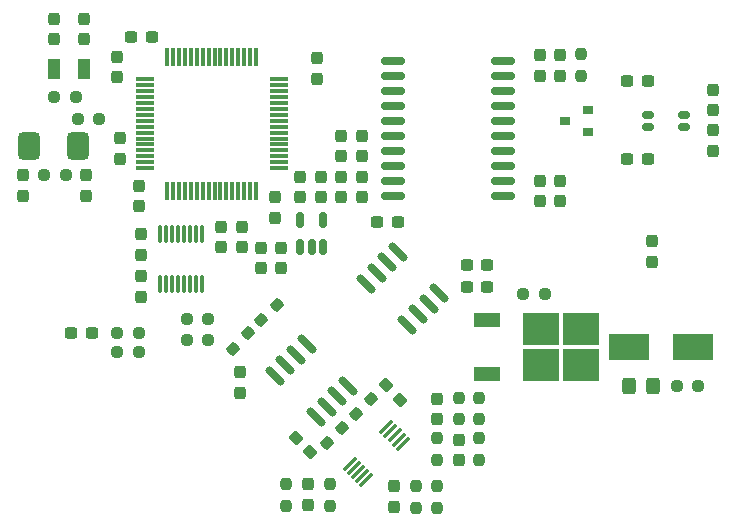
<source format=gtp>
%TF.GenerationSoftware,KiCad,Pcbnew,(6.0.11)*%
%TF.CreationDate,2023-05-09T17:29:38+10:00*%
%TF.ProjectId,LV_MASTER_A_SAMPLE,4c565f4d-4153-4544-9552-5f415f53414d,1*%
%TF.SameCoordinates,Original*%
%TF.FileFunction,Paste,Top*%
%TF.FilePolarity,Positive*%
%FSLAX46Y46*%
G04 Gerber Fmt 4.6, Leading zero omitted, Abs format (unit mm)*
G04 Created by KiCad (PCBNEW (6.0.11)) date 2023-05-09 17:29:38*
%MOMM*%
%LPD*%
G01*
G04 APERTURE LIST*
G04 Aperture macros list*
%AMRoundRect*
0 Rectangle with rounded corners*
0 $1 Rounding radius*
0 $2 $3 $4 $5 $6 $7 $8 $9 X,Y pos of 4 corners*
0 Add a 4 corners polygon primitive as box body*
4,1,4,$2,$3,$4,$5,$6,$7,$8,$9,$2,$3,0*
0 Add four circle primitives for the rounded corners*
1,1,$1+$1,$2,$3*
1,1,$1+$1,$4,$5*
1,1,$1+$1,$6,$7*
1,1,$1+$1,$8,$9*
0 Add four rect primitives between the rounded corners*
20,1,$1+$1,$2,$3,$4,$5,0*
20,1,$1+$1,$4,$5,$6,$7,0*
20,1,$1+$1,$6,$7,$8,$9,0*
20,1,$1+$1,$8,$9,$2,$3,0*%
G04 Aperture macros list end*
%ADD10RoundRect,0.250000X-0.325000X-0.450000X0.325000X-0.450000X0.325000X0.450000X-0.325000X0.450000X0*%
%ADD11RoundRect,0.237500X0.300000X0.237500X-0.300000X0.237500X-0.300000X-0.237500X0.300000X-0.237500X0*%
%ADD12RoundRect,0.237500X0.237500X-0.250000X0.237500X0.250000X-0.237500X0.250000X-0.237500X-0.250000X0*%
%ADD13RoundRect,0.075000X-0.700000X-0.075000X0.700000X-0.075000X0.700000X0.075000X-0.700000X0.075000X0*%
%ADD14RoundRect,0.075000X-0.075000X-0.700000X0.075000X-0.700000X0.075000X0.700000X-0.075000X0.700000X0*%
%ADD15RoundRect,0.237500X0.237500X-0.300000X0.237500X0.300000X-0.237500X0.300000X-0.237500X-0.300000X0*%
%ADD16RoundRect,0.237500X-0.237500X0.300000X-0.237500X-0.300000X0.237500X-0.300000X0.237500X0.300000X0*%
%ADD17R,1.000000X1.800000*%
%ADD18RoundRect,0.237500X0.250000X0.237500X-0.250000X0.237500X-0.250000X-0.237500X0.250000X-0.237500X0*%
%ADD19R,0.900000X0.800000*%
%ADD20RoundRect,0.237500X-0.250000X-0.237500X0.250000X-0.237500X0.250000X0.237500X-0.250000X0.237500X0*%
%ADD21RoundRect,0.237500X-0.380070X0.044194X0.044194X-0.380070X0.380070X-0.044194X-0.044194X0.380070X0*%
%ADD22RoundRect,0.237500X-0.237500X0.250000X-0.237500X-0.250000X0.237500X-0.250000X0.237500X0.250000X0*%
%ADD23RoundRect,0.237500X-0.008839X-0.344715X0.344715X0.008839X0.008839X0.344715X-0.344715X-0.008839X0*%
%ADD24RoundRect,0.237500X0.380070X-0.044194X-0.044194X0.380070X-0.380070X0.044194X0.044194X-0.380070X0*%
%ADD25R,3.050000X2.750000*%
%ADD26R,2.200000X1.200000*%
%ADD27RoundRect,0.237500X0.008839X0.344715X-0.344715X-0.008839X-0.008839X-0.344715X0.344715X0.008839X0*%
%ADD28RoundRect,0.237500X-0.300000X-0.237500X0.300000X-0.237500X0.300000X0.237500X-0.300000X0.237500X0*%
%ADD29RoundRect,0.475000X-0.475000X-0.725000X0.475000X-0.725000X0.475000X0.725000X-0.475000X0.725000X0*%
%ADD30RoundRect,0.150000X0.689429X-0.477297X-0.477297X0.689429X-0.689429X0.477297X0.477297X-0.689429X0*%
%ADD31R,3.500000X2.300000*%
%ADD32RoundRect,0.075000X-0.406586X-0.512652X0.512652X0.406586X0.406586X0.512652X-0.512652X-0.406586X0*%
%ADD33RoundRect,0.075000X-0.075000X0.650000X-0.075000X-0.650000X0.075000X-0.650000X0.075000X0.650000X0*%
%ADD34RoundRect,0.150000X-0.875000X-0.150000X0.875000X-0.150000X0.875000X0.150000X-0.875000X0.150000X0*%
%ADD35RoundRect,0.150000X-0.375000X-0.150000X0.375000X-0.150000X0.375000X0.150000X-0.375000X0.150000X0*%
%ADD36RoundRect,0.150000X0.150000X-0.512500X0.150000X0.512500X-0.150000X0.512500X-0.150000X-0.512500X0*%
%ADD37RoundRect,0.150000X-0.689429X0.477297X0.477297X-0.689429X0.689429X-0.477297X-0.477297X0.689429X0*%
G04 APERTURE END LIST*
D10*
%TO.C,D10*%
X162539000Y-105882400D03*
X164589000Y-105882400D03*
%TD*%
D11*
%TO.C,C33*%
X164131200Y-80050700D03*
X162406200Y-80050700D03*
%TD*%
D12*
%TO.C,R18*%
X149848000Y-112129700D03*
X149848000Y-110304700D03*
%TD*%
%TO.C,R22*%
X149848000Y-108674500D03*
X149848000Y-106849500D03*
%TD*%
D13*
%TO.C,U1*%
X121516200Y-79907400D03*
X121516200Y-80407400D03*
X121516200Y-80907400D03*
X121516200Y-81407400D03*
X121516200Y-81907400D03*
X121516200Y-82407400D03*
X121516200Y-82907400D03*
X121516200Y-83407400D03*
X121516200Y-83907400D03*
X121516200Y-84407400D03*
X121516200Y-84907400D03*
X121516200Y-85407400D03*
X121516200Y-85907400D03*
X121516200Y-86407400D03*
X121516200Y-86907400D03*
X121516200Y-87407400D03*
D14*
X123441200Y-89332400D03*
X123941200Y-89332400D03*
X124441200Y-89332400D03*
X124941200Y-89332400D03*
X125441200Y-89332400D03*
X125941200Y-89332400D03*
X126441200Y-89332400D03*
X126941200Y-89332400D03*
X127441200Y-89332400D03*
X127941200Y-89332400D03*
X128441200Y-89332400D03*
X128941200Y-89332400D03*
X129441200Y-89332400D03*
X129941200Y-89332400D03*
X130441200Y-89332400D03*
X130941200Y-89332400D03*
D13*
X132866200Y-87407400D03*
X132866200Y-86907400D03*
X132866200Y-86407400D03*
X132866200Y-85907400D03*
X132866200Y-85407400D03*
X132866200Y-84907400D03*
X132866200Y-84407400D03*
X132866200Y-83907400D03*
X132866200Y-83407400D03*
X132866200Y-82907400D03*
X132866200Y-82407400D03*
X132866200Y-81907400D03*
X132866200Y-81407400D03*
X132866200Y-80907400D03*
X132866200Y-80407400D03*
X132866200Y-79907400D03*
D14*
X130941200Y-77982400D03*
X130441200Y-77982400D03*
X129941200Y-77982400D03*
X129441200Y-77982400D03*
X128941200Y-77982400D03*
X128441200Y-77982400D03*
X127941200Y-77982400D03*
X127441200Y-77982400D03*
X126941200Y-77982400D03*
X126441200Y-77982400D03*
X125941200Y-77982400D03*
X125441200Y-77982400D03*
X124941200Y-77982400D03*
X124441200Y-77982400D03*
X123941200Y-77982400D03*
X123441200Y-77982400D03*
%TD*%
D15*
%TO.C,C29*%
X156680600Y-79591200D03*
X156680600Y-77866200D03*
%TD*%
D16*
%TO.C,C7*%
X136157400Y-78121300D03*
X136157400Y-79846300D03*
%TD*%
D17*
%TO.C,Y2*%
X113870800Y-79009200D03*
X116370800Y-79009200D03*
%TD*%
D18*
%TO.C,R8*%
X121028850Y-102999500D03*
X119203850Y-102999500D03*
%TD*%
D16*
%TO.C,C48*%
X146317400Y-106949500D03*
X146317400Y-108674500D03*
%TD*%
D12*
%TO.C,R17*%
X133465000Y-116015100D03*
X133465000Y-114190100D03*
%TD*%
D16*
%TO.C,C40*%
X121229300Y-93006800D03*
X121229300Y-94731800D03*
%TD*%
D15*
%TO.C,C36*%
X169685400Y-82514400D03*
X169685400Y-80789400D03*
%TD*%
%TO.C,C47*%
X142645400Y-116067500D03*
X142645400Y-114342500D03*
%TD*%
D19*
%TO.C,D6*%
X159087000Y-84353400D03*
X159087000Y-82453400D03*
X157087000Y-83403400D03*
%TD*%
D15*
%TO.C,C3*%
X113870800Y-76520000D03*
X113870800Y-74795000D03*
%TD*%
%TO.C,C49*%
X164453000Y-95340300D03*
X164453000Y-93615300D03*
%TD*%
D11*
%TO.C,C39*%
X117042950Y-101335800D03*
X115317950Y-101335800D03*
%TD*%
D15*
%TO.C,C10*%
X119418800Y-86628100D03*
X119418800Y-84903100D03*
%TD*%
D16*
%TO.C,C26*%
X139891200Y-88132400D03*
X139891200Y-89857400D03*
%TD*%
%TO.C,C15*%
X133084000Y-94148700D03*
X133084000Y-95873700D03*
%TD*%
D15*
%TO.C,C41*%
X121229300Y-98305300D03*
X121229300Y-96580300D03*
%TD*%
%TO.C,C4*%
X116370800Y-76520000D03*
X116370800Y-74795000D03*
%TD*%
D20*
%TO.C,R29*%
X113870800Y-81407400D03*
X115695800Y-81407400D03*
%TD*%
D16*
%TO.C,C12*%
X129731200Y-92395000D03*
X129731200Y-94120000D03*
%TD*%
D21*
%TO.C,C44*%
X141948320Y-105805920D03*
X143168080Y-107025680D03*
%TD*%
D11*
%TO.C,C34*%
X164131300Y-86680100D03*
X162406300Y-86680100D03*
%TD*%
D16*
%TO.C,C31*%
X156680600Y-88483400D03*
X156680600Y-90208400D03*
%TD*%
D15*
%TO.C,C30*%
X154978800Y-79591200D03*
X154978800Y-77866200D03*
%TD*%
D16*
%TO.C,C2*%
X116599400Y-88026200D03*
X116599400Y-89751200D03*
%TD*%
%TO.C,C11*%
X128029400Y-92395000D03*
X128029400Y-94120000D03*
%TD*%
D11*
%TO.C,C52*%
X150507300Y-95646200D03*
X148782300Y-95646200D03*
%TD*%
D22*
%TO.C,R16*%
X137249600Y-114190100D03*
X137249600Y-116015100D03*
%TD*%
D23*
%TO.C,R14*%
X139383200Y-108244600D03*
X140673670Y-106954130D03*
%TD*%
D24*
%TO.C,C43*%
X135548360Y-111470960D03*
X134328600Y-110251200D03*
%TD*%
D25*
%TO.C,Q2*%
X158474400Y-104054600D03*
X155124400Y-101004600D03*
X158474400Y-101004600D03*
X155124400Y-104054600D03*
D26*
X150499400Y-100249600D03*
X150499400Y-104809600D03*
%TD*%
D27*
%TO.C,R15*%
X138255365Y-109397835D03*
X136964895Y-110688305D03*
%TD*%
D28*
%TO.C,C51*%
X141238500Y-91988600D03*
X142963500Y-91988600D03*
%TD*%
D11*
%TO.C,C53*%
X150507300Y-97495800D03*
X148782300Y-97495800D03*
%TD*%
D16*
%TO.C,C42*%
X129604200Y-104715100D03*
X129604200Y-106440100D03*
%TD*%
%TO.C,C27*%
X138138600Y-88132400D03*
X138138600Y-89857400D03*
%TD*%
D18*
%TO.C,R4*%
X114844900Y-88026200D03*
X113019900Y-88026200D03*
%TD*%
D15*
%TO.C,C5*%
X119190200Y-79719300D03*
X119190200Y-77994300D03*
%TD*%
%TO.C,C25*%
X138138600Y-86400600D03*
X138138600Y-84675600D03*
%TD*%
D29*
%TO.C,Y1*%
X111764700Y-85511600D03*
X115864700Y-85511600D03*
%TD*%
D20*
%TO.C,R25*%
X166564550Y-105831600D03*
X168389550Y-105831600D03*
%TD*%
D30*
%TO.C,U7*%
X136052451Y-108522328D03*
X136950476Y-107624302D03*
X137848502Y-106726276D03*
X138746528Y-105828251D03*
X135246349Y-102328072D03*
X134348324Y-103226098D03*
X133450298Y-104124124D03*
X132552272Y-105022149D03*
%TD*%
D15*
%TO.C,C9*%
X121044400Y-90641300D03*
X121044400Y-88916300D03*
%TD*%
D20*
%TO.C,R9*%
X119203850Y-101335800D03*
X121028850Y-101335800D03*
%TD*%
%TO.C,R11*%
X125099400Y-101945400D03*
X126924400Y-101945400D03*
%TD*%
D22*
%TO.C,R20*%
X146277600Y-114342500D03*
X146277600Y-116167500D03*
%TD*%
D31*
%TO.C,D7*%
X162548000Y-102529600D03*
X167948000Y-102529600D03*
%TD*%
D23*
%TO.C,R13*%
X131407600Y-100269000D03*
X132698070Y-98978530D03*
%TD*%
D22*
%TO.C,R23*%
X148120800Y-106849500D03*
X148120800Y-108674500D03*
%TD*%
D16*
%TO.C,C1*%
X111240000Y-88026200D03*
X111240000Y-89751200D03*
%TD*%
D32*
%TO.C,U8*%
X138873058Y-112445928D03*
X139226612Y-112799482D03*
X139580165Y-113153035D03*
X139933718Y-113506588D03*
X140287272Y-113860142D03*
X143398542Y-110748872D03*
X143044988Y-110395318D03*
X142691435Y-110041765D03*
X142337882Y-109688212D03*
X141984328Y-109334658D03*
%TD*%
D33*
%TO.C,U6*%
X126350400Y-92962800D03*
X125850400Y-92962800D03*
X125350400Y-92962800D03*
X124850400Y-92962800D03*
X124350400Y-92962800D03*
X123850400Y-92962800D03*
X123350400Y-92962800D03*
X122850400Y-92962800D03*
X122850400Y-97262800D03*
X123350400Y-97262800D03*
X123850400Y-97262800D03*
X124350400Y-97262800D03*
X124850400Y-97262800D03*
X125350400Y-97262800D03*
X125850400Y-97262800D03*
X126350400Y-97262800D03*
%TD*%
D34*
%TO.C,U4*%
X142531000Y-78323400D03*
X142531000Y-79593400D03*
X142531000Y-80863400D03*
X142531000Y-82133400D03*
X142531000Y-83403400D03*
X142531000Y-84673400D03*
X142531000Y-85943400D03*
X142531000Y-87213400D03*
X142531000Y-88483400D03*
X142531000Y-89753400D03*
X151831000Y-89753400D03*
X151831000Y-88483400D03*
X151831000Y-87213400D03*
X151831000Y-85943400D03*
X151831000Y-84673400D03*
X151831000Y-83403400D03*
X151831000Y-82133400D03*
X151831000Y-80863400D03*
X151831000Y-79593400D03*
X151831000Y-78323400D03*
%TD*%
D18*
%TO.C,R28*%
X117689700Y-83251000D03*
X115864700Y-83251000D03*
%TD*%
D15*
%TO.C,C18*%
X134709600Y-89879300D03*
X134709600Y-88154300D03*
%TD*%
%TO.C,C19*%
X136421600Y-89880400D03*
X136421600Y-88155400D03*
%TD*%
D22*
%TO.C,R5*%
X158509400Y-77766200D03*
X158509400Y-79591200D03*
%TD*%
D16*
%TO.C,C35*%
X169685400Y-84226400D03*
X169685400Y-85951400D03*
%TD*%
D22*
%TO.C,R19*%
X146317400Y-110304700D03*
X146317400Y-112129700D03*
%TD*%
D27*
%TO.C,R12*%
X130290000Y-101412000D03*
X128999530Y-102702470D03*
%TD*%
D16*
%TO.C,C32*%
X154978800Y-88483400D03*
X154978800Y-90208400D03*
%TD*%
D35*
%TO.C,U5*%
X164131200Y-82903400D03*
X164131200Y-83903400D03*
X167181200Y-83903400D03*
X167181200Y-82903400D03*
%TD*%
D16*
%TO.C,C46*%
X148120800Y-110404700D03*
X148120800Y-112129700D03*
%TD*%
D36*
%TO.C,U2*%
X134709600Y-94116700D03*
X135659600Y-94116700D03*
X136609600Y-94116700D03*
X136609600Y-91841700D03*
X134709600Y-91841700D03*
%TD*%
D37*
%TO.C,U9*%
X142967949Y-94504872D03*
X142069924Y-95402898D03*
X141171898Y-96300924D03*
X140273872Y-97198949D03*
X143774051Y-100699128D03*
X144672076Y-99801102D03*
X145570102Y-98903076D03*
X146468128Y-98005051D03*
%TD*%
D18*
%TO.C,R10*%
X126924400Y-100192800D03*
X125099400Y-100192800D03*
%TD*%
D15*
%TO.C,C45*%
X135395400Y-115915100D03*
X135395400Y-114190100D03*
%TD*%
D12*
%TO.C,R21*%
X144463200Y-116167500D03*
X144463200Y-114342500D03*
%TD*%
D28*
%TO.C,C6*%
X120385100Y-76316800D03*
X122110100Y-76316800D03*
%TD*%
D18*
%TO.C,R24*%
X155383300Y-98059200D03*
X153558300Y-98059200D03*
%TD*%
D16*
%TO.C,C8*%
X132550600Y-89881500D03*
X132550600Y-91606500D03*
%TD*%
D15*
%TO.C,C28*%
X139891200Y-86400600D03*
X139891200Y-84675600D03*
%TD*%
D16*
%TO.C,C14*%
X131341600Y-94148700D03*
X131341600Y-95873700D03*
%TD*%
M02*

</source>
